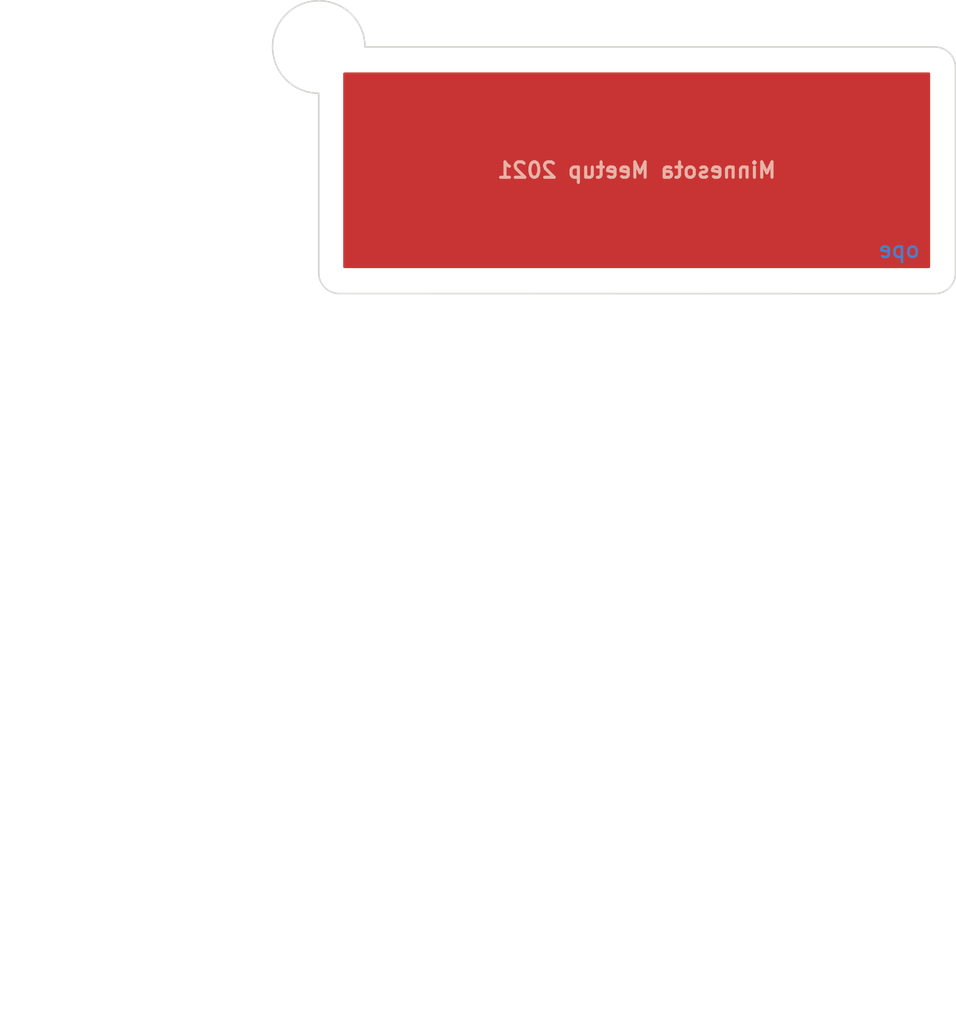
<source format=kicad_pcb>
(kicad_pcb (version 20171130) (host pcbnew "(5.1.10-1-10_14)")

  (general
    (thickness 1.6)
    (drawings 16)
    (tracks 0)
    (zones 0)
    (modules 61)
    (nets 1)
  )

  (page A4)
  (layers
    (0 F.Cu signal)
    (31 B.Cu signal)
    (32 B.Adhes user)
    (33 F.Adhes user)
    (34 B.Paste user)
    (35 F.Paste user)
    (36 B.SilkS user)
    (37 F.SilkS user)
    (38 B.Mask user)
    (39 F.Mask user)
    (40 Dwgs.User user)
    (41 Cmts.User user)
    (42 Eco1.User user)
    (43 Eco2.User user)
    (44 Edge.Cuts user)
    (45 Margin user)
    (46 B.CrtYd user)
    (47 F.CrtYd user)
    (48 B.Fab user)
    (49 F.Fab user hide)
  )

  (setup
    (last_trace_width 0.25)
    (trace_clearance 0.2)
    (zone_clearance 0)
    (zone_45_only no)
    (trace_min 0.2)
    (via_size 0.8)
    (via_drill 0.4)
    (via_min_size 0.4)
    (via_min_drill 0.3)
    (uvia_size 0.3)
    (uvia_drill 0.1)
    (uvias_allowed no)
    (uvia_min_size 0.2)
    (uvia_min_drill 0.1)
    (edge_width 0.15)
    (segment_width 0.15)
    (pcb_text_width 0.3)
    (pcb_text_size 1.5 1.5)
    (mod_edge_width 0.15)
    (mod_text_size 1 1)
    (mod_text_width 0.15)
    (pad_size 6 6)
    (pad_drill 4)
    (pad_to_mask_clearance 0)
    (aux_axis_origin 0 0)
    (grid_origin 12.85875 14.76375)
    (visible_elements 7FFFFFFF)
    (pcbplotparams
      (layerselection 0x010fc_ffffffff)
      (usegerberextensions false)
      (usegerberattributes false)
      (usegerberadvancedattributes false)
      (creategerberjobfile false)
      (excludeedgelayer true)
      (linewidth 0.100000)
      (plotframeref false)
      (viasonmask false)
      (mode 1)
      (useauxorigin false)
      (hpglpennumber 1)
      (hpglpenspeed 20)
      (hpglpendiameter 15.000000)
      (psnegative false)
      (psa4output false)
      (plotreference true)
      (plotvalue true)
      (plotinvisibletext false)
      (padsonsilk false)
      (subtractmaskfromsilk false)
      (outputformat 1)
      (mirror false)
      (drillshape 0)
      (scaleselection 1)
      (outputdirectory "Gerber"))
  )

  (net 0 "")

  (net_class Default "This is the default net class."
    (clearance 0.2)
    (trace_width 0.25)
    (via_dia 0.8)
    (via_drill 0.4)
    (uvia_dia 0.3)
    (uvia_drill 0.1)
  )

  (module random-keyboard-parts:Plate_hole_4mm (layer F.Cu) (tedit 5DBC5A61) (tstamp 611E1E81)
    (at 34.34605 42.75765)
    (fp_text reference Ref** (at -0.0127 1.2065) (layer Dwgs.User) hide
      (effects (font (size 1 1) (thickness 0.15)))
    )
    (fp_text value Plate_hole_4mm (at 0 -0.5) (layer F.Fab)
      (effects (font (size 1 1) (thickness 0.15)))
    )
    (pad "" np_thru_hole circle (at 0.0127 -1.9939) (size 4 4) (drill 4) (layers *.Cu *.Mask))
  )

  (module locallib:Pad-1U (layer F.Cu) (tedit 5C08844F) (tstamp 5C08A006)
    (at 86.27 60.385)
    (fp_text reference REF** (at 0 0.5) (layer Dwgs.User) hide
      (effects (font (size 1 1) (thickness 0.15)))
    )
    (fp_text value Pad-1U (at 0 -0.5) (layer F.Fab) hide
      (effects (font (size 1 1) (thickness 0.15)))
    )
    (pad "" smd rect (at 0 0) (size 3 3) (layers F.Mask)
      (solder_mask_margin -0.1))
  )

  (module locallib:Pad-1.5U (layer F.Cu) (tedit 5C08853F) (tstamp 5C08A002)
    (at 81.5075 60.385)
    (fp_text reference REF** (at 0 0.5) (layer Dwgs.User) hide
      (effects (font (size 1 1) (thickness 0.15)))
    )
    (fp_text value Pad-1.5U (at 0 -0.5) (layer F.Fab) hide
      (effects (font (size 1 1) (thickness 0.15)))
    )
    (pad "" smd rect (at 0 0) (size 4.905 3) (layers F.Mask)
      (solder_mask_margin -0.1))
  )

  (module locallib:Pad-1.5U (layer F.Cu) (tedit 5C08853F) (tstamp 5C089FFE)
    (at 91.0325 60.385)
    (fp_text reference REF** (at 0 0.5) (layer Dwgs.User) hide
      (effects (font (size 1 1) (thickness 0.15)))
    )
    (fp_text value Pad-1.5U (at 0 -0.5) (layer F.Fab) hide
      (effects (font (size 1 1) (thickness 0.15)))
    )
    (pad "" smd rect (at 0 0) (size 4.905 3) (layers F.Mask)
      (solder_mask_margin -0.1))
  )

  (module locallib:Pad-1U (layer F.Cu) (tedit 5C08844F) (tstamp 5C089F38)
    (at 66.2675 56.575)
    (fp_text reference REF** (at 0 0.5) (layer Dwgs.User) hide
      (effects (font (size 1 1) (thickness 0.15)))
    )
    (fp_text value Pad-1U (at 0 -0.5) (layer F.Fab) hide
      (effects (font (size 1 1) (thickness 0.15)))
    )
    (pad "" smd rect (at 0 0) (size 3 3) (layers F.Mask)
      (solder_mask_margin -0.1))
  )

  (module locallib:Pad-1U (layer F.Cu) (tedit 5C08844F) (tstamp 5C089F34)
    (at 62.4575 56.575)
    (fp_text reference REF** (at 0 0.5) (layer Dwgs.User) hide
      (effects (font (size 1 1) (thickness 0.15)))
    )
    (fp_text value Pad-1U (at 0 -0.5) (layer F.Fab) hide
      (effects (font (size 1 1) (thickness 0.15)))
    )
    (pad "" smd rect (at 0 0) (size 3 3) (layers F.Mask)
      (solder_mask_margin -0.1))
  )

  (module locallib:Pad-1U (layer F.Cu) (tedit 5C08844F) (tstamp 5C089F30)
    (at 73.8875 56.575)
    (fp_text reference REF** (at 0 0.5) (layer Dwgs.User) hide
      (effects (font (size 1 1) (thickness 0.15)))
    )
    (fp_text value Pad-1U (at 0 -0.5) (layer F.Fab) hide
      (effects (font (size 1 1) (thickness 0.15)))
    )
    (pad "" smd rect (at 0 0) (size 3 3) (layers F.Mask)
      (solder_mask_margin -0.1))
  )

  (module locallib:Pad-1U (layer F.Cu) (tedit 5C08844F) (tstamp 5C089F2C)
    (at 58.6475 56.575)
    (fp_text reference REF** (at 0 0.5) (layer Dwgs.User) hide
      (effects (font (size 1 1) (thickness 0.15)))
    )
    (fp_text value Pad-1U (at 0 -0.5) (layer F.Fab) hide
      (effects (font (size 1 1) (thickness 0.15)))
    )
    (pad "" smd rect (at 0 0) (size 3 3) (layers F.Mask)
      (solder_mask_margin -0.1))
  )

  (module locallib:Pad-1U (layer F.Cu) (tedit 5C08844F) (tstamp 5C089F28)
    (at 70.0775 56.575)
    (fp_text reference REF** (at 0 0.5) (layer Dwgs.User) hide
      (effects (font (size 1 1) (thickness 0.15)))
    )
    (fp_text value Pad-1U (at 0 -0.5) (layer F.Fab) hide
      (effects (font (size 1 1) (thickness 0.15)))
    )
    (pad "" smd rect (at 0 0) (size 3 3) (layers F.Mask)
      (solder_mask_margin -0.1))
  )

  (module locallib:Pad-1U (layer F.Cu) (tedit 5C08844F) (tstamp 5C089F24)
    (at 77.6975 56.575)
    (fp_text reference REF** (at 0 0.5) (layer Dwgs.User) hide
      (effects (font (size 1 1) (thickness 0.15)))
    )
    (fp_text value Pad-1U (at 0 -0.5) (layer F.Fab) hide
      (effects (font (size 1 1) (thickness 0.15)))
    )
    (pad "" smd rect (at 0 0) (size 3 3) (layers F.Mask)
      (solder_mask_margin -0.1))
  )

  (module locallib:Pad-1U (layer F.Cu) (tedit 5C08844F) (tstamp 5C089F20)
    (at 54.8375 56.575)
    (fp_text reference REF** (at 0 0.5) (layer Dwgs.User) hide
      (effects (font (size 1 1) (thickness 0.15)))
    )
    (fp_text value Pad-1U (at 0 -0.5) (layer F.Fab) hide
      (effects (font (size 1 1) (thickness 0.15)))
    )
    (pad "" smd rect (at 0 0) (size 3 3) (layers F.Mask)
      (solder_mask_margin -0.1))
  )

  (module locallib:Pad-1U (layer F.Cu) (tedit 5C08844F) (tstamp 5C089F1C)
    (at 51.0275 56.575)
    (fp_text reference REF** (at 0 0.5) (layer Dwgs.User) hide
      (effects (font (size 1 1) (thickness 0.15)))
    )
    (fp_text value Pad-1U (at 0 -0.5) (layer F.Fab) hide
      (effects (font (size 1 1) (thickness 0.15)))
    )
    (pad "" smd rect (at 0 0) (size 3 3) (layers F.Mask)
      (solder_mask_margin -0.1))
  )

  (module locallib:Pad-1U (layer F.Cu) (tedit 5C08844F) (tstamp 5C089F18)
    (at 81.5075 56.575)
    (fp_text reference REF** (at 0 0.5) (layer Dwgs.User) hide
      (effects (font (size 1 1) (thickness 0.15)))
    )
    (fp_text value Pad-1U (at 0 -0.5) (layer F.Fab) hide
      (effects (font (size 1 1) (thickness 0.15)))
    )
    (pad "" smd rect (at 0 0) (size 3 3) (layers F.Mask)
      (solder_mask_margin -0.1))
  )

  (module locallib:Pad-1U (layer F.Cu) (tedit 5C08844F) (tstamp 5C089F14)
    (at 47.2175 56.575)
    (fp_text reference REF** (at 0 0.5) (layer Dwgs.User) hide
      (effects (font (size 1 1) (thickness 0.15)))
    )
    (fp_text value Pad-1U (at 0 -0.5) (layer F.Fab) hide
      (effects (font (size 1 1) (thickness 0.15)))
    )
    (pad "" smd rect (at 0 0) (size 3 3) (layers F.Mask)
      (solder_mask_margin -0.1))
  )

  (module locallib:Pad-1U (layer F.Cu) (tedit 5C08844F) (tstamp 5C089E4E)
    (at 52.9325 52.765)
    (fp_text reference REF** (at 0 0.5) (layer Dwgs.User) hide
      (effects (font (size 1 1) (thickness 0.15)))
    )
    (fp_text value Pad-1U (at 0 -0.5) (layer F.Fab) hide
      (effects (font (size 1 1) (thickness 0.15)))
    )
    (pad "" smd rect (at 0 0) (size 3 3) (layers F.Mask)
      (solder_mask_margin -0.1))
  )

  (module locallib:Pad-1U (layer F.Cu) (tedit 5C08844F) (tstamp 5C089E4A)
    (at 83.4125 52.765)
    (fp_text reference REF** (at 0 0.5) (layer Dwgs.User) hide
      (effects (font (size 1 1) (thickness 0.15)))
    )
    (fp_text value Pad-1U (at 0 -0.5) (layer F.Fab) hide
      (effects (font (size 1 1) (thickness 0.15)))
    )
    (pad "" smd rect (at 0 0) (size 3 3) (layers F.Mask)
      (solder_mask_margin -0.1))
  )

  (module locallib:Pad-1U (layer F.Cu) (tedit 5C08844F) (tstamp 5C089E46)
    (at 45.3125 52.765)
    (fp_text reference REF** (at 0 0.5) (layer Dwgs.User) hide
      (effects (font (size 1 1) (thickness 0.15)))
    )
    (fp_text value Pad-1U (at 0 -0.5) (layer F.Fab) hide
      (effects (font (size 1 1) (thickness 0.15)))
    )
    (pad "" smd rect (at 0 0) (size 3 3) (layers F.Mask)
      (solder_mask_margin -0.1))
  )

  (module locallib:Pad-1U (layer F.Cu) (tedit 5C08844F) (tstamp 5C089E42)
    (at 75.7925 52.765)
    (fp_text reference REF** (at 0 0.5) (layer Dwgs.User) hide
      (effects (font (size 1 1) (thickness 0.15)))
    )
    (fp_text value Pad-1U (at 0 -0.5) (layer F.Fab) hide
      (effects (font (size 1 1) (thickness 0.15)))
    )
    (pad "" smd rect (at 0 0) (size 3 3) (layers F.Mask)
      (solder_mask_margin -0.1))
  )

  (module locallib:Pad-1U (layer F.Cu) (tedit 5C08844F) (tstamp 5C089E3E)
    (at 60.5525 52.765)
    (fp_text reference REF** (at 0 0.5) (layer Dwgs.User) hide
      (effects (font (size 1 1) (thickness 0.15)))
    )
    (fp_text value Pad-1U (at 0 -0.5) (layer F.Fab) hide
      (effects (font (size 1 1) (thickness 0.15)))
    )
    (pad "" smd rect (at 0 0) (size 3 3) (layers F.Mask)
      (solder_mask_margin -0.1))
  )

  (module locallib:Pad-1U (layer F.Cu) (tedit 5C08844F) (tstamp 5C089E3A)
    (at 68.1725 52.765)
    (fp_text reference REF** (at 0 0.5) (layer Dwgs.User) hide
      (effects (font (size 1 1) (thickness 0.15)))
    )
    (fp_text value Pad-1U (at 0 -0.5) (layer F.Fab) hide
      (effects (font (size 1 1) (thickness 0.15)))
    )
    (pad "" smd rect (at 0 0) (size 3 3) (layers F.Mask)
      (solder_mask_margin -0.1))
  )

  (module locallib:Pad-1U (layer F.Cu) (tedit 5C08844F) (tstamp 5C089E36)
    (at 79.6025 52.765)
    (fp_text reference REF** (at 0 0.5) (layer Dwgs.User) hide
      (effects (font (size 1 1) (thickness 0.15)))
    )
    (fp_text value Pad-1U (at 0 -0.5) (layer F.Fab) hide
      (effects (font (size 1 1) (thickness 0.15)))
    )
    (pad "" smd rect (at 0 0) (size 3 3) (layers F.Mask)
      (solder_mask_margin -0.1))
  )

  (module locallib:Pad-1U (layer F.Cu) (tedit 5C08844F) (tstamp 5C089E32)
    (at 71.9825 52.765)
    (fp_text reference REF** (at 0 0.5) (layer Dwgs.User) hide
      (effects (font (size 1 1) (thickness 0.15)))
    )
    (fp_text value Pad-1U (at 0 -0.5) (layer F.Fab) hide
      (effects (font (size 1 1) (thickness 0.15)))
    )
    (pad "" smd rect (at 0 0) (size 3 3) (layers F.Mask)
      (solder_mask_margin -0.1))
  )

  (module locallib:Pad-1U (layer F.Cu) (tedit 5C08844F) (tstamp 5C089E2E)
    (at 49.1225 52.765)
    (fp_text reference REF** (at 0 0.5) (layer Dwgs.User) hide
      (effects (font (size 1 1) (thickness 0.15)))
    )
    (fp_text value Pad-1U (at 0 -0.5) (layer F.Fab) hide
      (effects (font (size 1 1) (thickness 0.15)))
    )
    (pad "" smd rect (at 0 0) (size 3 3) (layers F.Mask)
      (solder_mask_margin -0.1))
  )

  (module locallib:Pad-1U (layer F.Cu) (tedit 5C08844F) (tstamp 5C089E2A)
    (at 64.3625 52.765)
    (fp_text reference REF** (at 0 0.5) (layer Dwgs.User) hide
      (effects (font (size 1 1) (thickness 0.15)))
    )
    (fp_text value Pad-1U (at 0 -0.5) (layer F.Fab) hide
      (effects (font (size 1 1) (thickness 0.15)))
    )
    (pad "" smd rect (at 0 0) (size 3 3) (layers F.Mask)
      (solder_mask_margin -0.1))
  )

  (module locallib:Pad-1U (layer F.Cu) (tedit 5C08844F) (tstamp 5C089E26)
    (at 56.7425 52.765)
    (fp_text reference REF** (at 0 0.5) (layer Dwgs.User) hide
      (effects (font (size 1 1) (thickness 0.15)))
    )
    (fp_text value Pad-1U (at 0 -0.5) (layer F.Fab) hide
      (effects (font (size 1 1) (thickness 0.15)))
    )
    (pad "" smd rect (at 0 0) (size 3 3) (layers F.Mask)
      (solder_mask_margin -0.1))
  )

  (module locallib:Pad-1U (layer F.Cu) (tedit 5C08844F) (tstamp 5C089DB1)
    (at 82.46 48.955)
    (fp_text reference REF** (at 0 0.5) (layer Dwgs.User) hide
      (effects (font (size 1 1) (thickness 0.15)))
    )
    (fp_text value Pad-1U (at 0 -0.5) (layer F.Fab) hide
      (effects (font (size 1 1) (thickness 0.15)))
    )
    (pad "" smd rect (at 0 0) (size 3 3) (layers F.Mask)
      (solder_mask_margin -0.1))
  )

  (module locallib:Pad-1U (layer F.Cu) (tedit 5C08844F) (tstamp 5C089DAD)
    (at 86.27 48.955)
    (fp_text reference REF** (at 0 0.5) (layer Dwgs.User) hide
      (effects (font (size 1 1) (thickness 0.15)))
    )
    (fp_text value Pad-1U (at 0 -0.5) (layer F.Fab) hide
      (effects (font (size 1 1) (thickness 0.15)))
    )
    (pad "" smd rect (at 0 0) (size 3 3) (layers F.Mask)
      (solder_mask_margin -0.1))
  )

  (module locallib:Pad-1U (layer F.Cu) (tedit 5C08844F) (tstamp 5C089D90)
    (at 67.22 48.955)
    (fp_text reference REF** (at 0 0.5) (layer Dwgs.User) hide
      (effects (font (size 1 1) (thickness 0.15)))
    )
    (fp_text value Pad-1U (at 0 -0.5) (layer F.Fab) hide
      (effects (font (size 1 1) (thickness 0.15)))
    )
    (pad "" smd rect (at 0 0) (size 3 3) (layers F.Mask)
      (solder_mask_margin -0.1))
  )

  (module locallib:Pad-1U (layer F.Cu) (tedit 5C08844F) (tstamp 5C089D8C)
    (at 78.65 48.955)
    (fp_text reference REF** (at 0 0.5) (layer Dwgs.User) hide
      (effects (font (size 1 1) (thickness 0.15)))
    )
    (fp_text value Pad-1U (at 0 -0.5) (layer F.Fab) hide
      (effects (font (size 1 1) (thickness 0.15)))
    )
    (pad "" smd rect (at 0 0) (size 3 3) (layers F.Mask)
      (solder_mask_margin -0.1))
  )

  (module locallib:Pad-1U (layer F.Cu) (tedit 5C08844F) (tstamp 5C089D88)
    (at 71.03 48.955)
    (fp_text reference REF** (at 0 0.5) (layer Dwgs.User) hide
      (effects (font (size 1 1) (thickness 0.15)))
    )
    (fp_text value Pad-1U (at 0 -0.5) (layer F.Fab) hide
      (effects (font (size 1 1) (thickness 0.15)))
    )
    (pad "" smd rect (at 0 0) (size 3 3) (layers F.Mask)
      (solder_mask_margin -0.1))
  )

  (module locallib:Pad-1U (layer F.Cu) (tedit 5C08844F) (tstamp 5C089D84)
    (at 74.84 48.955)
    (fp_text reference REF** (at 0 0.5) (layer Dwgs.User) hide
      (effects (font (size 1 1) (thickness 0.15)))
    )
    (fp_text value Pad-1U (at 0 -0.5) (layer F.Fab) hide
      (effects (font (size 1 1) (thickness 0.15)))
    )
    (pad "" smd rect (at 0 0) (size 3 3) (layers F.Mask)
      (solder_mask_margin -0.1))
  )

  (module locallib:Pad-1U (layer F.Cu) (tedit 5C08844F) (tstamp 5C089D5B)
    (at 44.36 48.955)
    (fp_text reference REF** (at 0 0.5) (layer Dwgs.User) hide
      (effects (font (size 1 1) (thickness 0.15)))
    )
    (fp_text value Pad-1U (at 0 -0.5) (layer F.Fab) hide
      (effects (font (size 1 1) (thickness 0.15)))
    )
    (pad "" smd rect (at 0 0) (size 3 3) (layers F.Mask)
      (solder_mask_margin -0.1))
  )

  (module locallib:Pad-1U (layer F.Cu) (tedit 5C08844F) (tstamp 5C089D57)
    (at 55.79 48.955)
    (fp_text reference REF** (at 0 0.5) (layer Dwgs.User) hide
      (effects (font (size 1 1) (thickness 0.15)))
    )
    (fp_text value Pad-1U (at 0 -0.5) (layer F.Fab) hide
      (effects (font (size 1 1) (thickness 0.15)))
    )
    (pad "" smd rect (at 0 0) (size 3 3) (layers F.Mask)
      (solder_mask_margin -0.1))
  )

  (module locallib:Pad-1U (layer F.Cu) (tedit 5C08844F) (tstamp 5C089D53)
    (at 59.6 48.955)
    (fp_text reference REF** (at 0 0.5) (layer Dwgs.User) hide
      (effects (font (size 1 1) (thickness 0.15)))
    )
    (fp_text value Pad-1U (at 0 -0.5) (layer F.Fab) hide
      (effects (font (size 1 1) (thickness 0.15)))
    )
    (pad "" smd rect (at 0 0) (size 3 3) (layers F.Mask)
      (solder_mask_margin -0.1))
  )

  (module locallib:Pad-1U (layer F.Cu) (tedit 5C08844F) (tstamp 5C089D4F)
    (at 63.41 48.955)
    (fp_text reference REF** (at 0 0.5) (layer Dwgs.User) hide
      (effects (font (size 1 1) (thickness 0.15)))
    )
    (fp_text value Pad-1U (at 0 -0.5) (layer F.Fab) hide
      (effects (font (size 1 1) (thickness 0.15)))
    )
    (pad "" smd rect (at 0 0) (size 3 3) (layers F.Mask)
      (solder_mask_margin -0.1))
  )

  (module locallib:Pad-1U (layer F.Cu) (tedit 5C08844F) (tstamp 5C089D4B)
    (at 51.98 48.955)
    (fp_text reference REF** (at 0 0.5) (layer Dwgs.User) hide
      (effects (font (size 1 1) (thickness 0.15)))
    )
    (fp_text value Pad-1U (at 0 -0.5) (layer F.Fab) hide
      (effects (font (size 1 1) (thickness 0.15)))
    )
    (pad "" smd rect (at 0 0) (size 3 3) (layers F.Mask)
      (solder_mask_margin -0.1))
  )

  (module locallib:Pad-1U (layer F.Cu) (tedit 5C08844F) (tstamp 5C089D47)
    (at 48.17 48.955)
    (fp_text reference REF** (at 0 0.5) (layer Dwgs.User) hide
      (effects (font (size 1 1) (thickness 0.15)))
    )
    (fp_text value Pad-1U (at 0 -0.5) (layer F.Fab) hide
      (effects (font (size 1 1) (thickness 0.15)))
    )
    (pad "" smd rect (at 0 0) (size 3 3) (layers F.Mask)
      (solder_mask_margin -0.1))
  )

  (module locallib:Pad-1U (layer F.Cu) (tedit 5C08844F) (tstamp 5C089BB7)
    (at 69.125 45.145)
    (fp_text reference REF** (at 0 0.5) (layer Dwgs.User) hide
      (effects (font (size 1 1) (thickness 0.15)))
    )
    (fp_text value Pad-1U (at 0 -0.5) (layer F.Fab) hide
      (effects (font (size 1 1) (thickness 0.15)))
    )
    (pad "" smd rect (at 0 0) (size 3 3) (layers F.Mask)
      (solder_mask_margin -0.1))
  )

  (module locallib:Pad-1U (layer F.Cu) (tedit 5C08844F) (tstamp 5C089BB3)
    (at 80.555 45.145)
    (fp_text reference REF** (at 0 0.5) (layer Dwgs.User) hide
      (effects (font (size 1 1) (thickness 0.15)))
    )
    (fp_text value Pad-1U (at 0 -0.5) (layer F.Fab) hide
      (effects (font (size 1 1) (thickness 0.15)))
    )
    (pad "" smd rect (at 0 0) (size 3 3) (layers F.Mask)
      (solder_mask_margin -0.1))
  )

  (module locallib:Pad-1U (layer F.Cu) (tedit 5C08844F) (tstamp 5C089BAF)
    (at 84.365 45.145)
    (fp_text reference REF** (at 0 0.5) (layer Dwgs.User) hide
      (effects (font (size 1 1) (thickness 0.15)))
    )
    (fp_text value Pad-1U (at 0 -0.5) (layer F.Fab) hide
      (effects (font (size 1 1) (thickness 0.15)))
    )
    (pad "" smd rect (at 0 0) (size 3 3) (layers F.Mask)
      (solder_mask_margin -0.1))
  )

  (module locallib:Pad-1U (layer F.Cu) (tedit 5C08844F) (tstamp 5C089B9F)
    (at 76.745 45.145)
    (fp_text reference REF** (at 0 0.5) (layer Dwgs.User) hide
      (effects (font (size 1 1) (thickness 0.15)))
    )
    (fp_text value Pad-1U (at 0 -0.5) (layer F.Fab) hide
      (effects (font (size 1 1) (thickness 0.15)))
    )
    (pad "" smd rect (at 0 0) (size 3 3) (layers F.Mask)
      (solder_mask_margin -0.1))
  )

  (module locallib:Pad-1U (layer F.Cu) (tedit 5C08844F) (tstamp 5C089B9B)
    (at 72.935 45.145)
    (fp_text reference REF** (at 0 0.5) (layer Dwgs.User) hide
      (effects (font (size 1 1) (thickness 0.15)))
    )
    (fp_text value Pad-1U (at 0 -0.5) (layer F.Fab) hide
      (effects (font (size 1 1) (thickness 0.15)))
    )
    (pad "" smd rect (at 0 0) (size 3 3) (layers F.Mask)
      (solder_mask_margin -0.1))
  )

  (module locallib:Pad-1U (layer F.Cu) (tedit 5C08844F) (tstamp 5C089B7F)
    (at 53.885 45.145)
    (fp_text reference REF** (at 0 0.5) (layer Dwgs.User) hide
      (effects (font (size 1 1) (thickness 0.15)))
    )
    (fp_text value Pad-1U (at 0 -0.5) (layer F.Fab) hide
      (effects (font (size 1 1) (thickness 0.15)))
    )
    (pad "" smd rect (at 0 0) (size 3 3) (layers F.Mask)
      (solder_mask_margin -0.1))
  )

  (module locallib:Pad-1U (layer F.Cu) (tedit 5C08844F) (tstamp 5C089B7B)
    (at 65.315 45.145)
    (fp_text reference REF** (at 0 0.5) (layer Dwgs.User) hide
      (effects (font (size 1 1) (thickness 0.15)))
    )
    (fp_text value Pad-1U (at 0 -0.5) (layer F.Fab) hide
      (effects (font (size 1 1) (thickness 0.15)))
    )
    (pad "" smd rect (at 0 0) (size 3 3) (layers F.Mask)
      (solder_mask_margin -0.1))
  )

  (module locallib:Pad-1U (layer F.Cu) (tedit 5C08844F) (tstamp 5C089B77)
    (at 61.505 45.145)
    (fp_text reference REF** (at 0 0.5) (layer Dwgs.User) hide
      (effects (font (size 1 1) (thickness 0.15)))
    )
    (fp_text value Pad-1U (at 0 -0.5) (layer F.Fab) hide
      (effects (font (size 1 1) (thickness 0.15)))
    )
    (pad "" smd rect (at 0 0) (size 3 3) (layers F.Mask)
      (solder_mask_margin -0.1))
  )

  (module locallib:Pad-1U (layer F.Cu) (tedit 5C08844F) (tstamp 5C089B73)
    (at 57.695 45.145)
    (fp_text reference REF** (at 0 0.5) (layer Dwgs.User) hide
      (effects (font (size 1 1) (thickness 0.15)))
    )
    (fp_text value Pad-1U (at 0 -0.5) (layer F.Fab) hide
      (effects (font (size 1 1) (thickness 0.15)))
    )
    (pad "" smd rect (at 0 0) (size 3 3) (layers F.Mask)
      (solder_mask_margin -0.1))
  )

  (module locallib:Pad-1U (layer F.Cu) (tedit 5C08844F) (tstamp 5C089B63)
    (at 46.265 45.145)
    (fp_text reference REF** (at 0 0.5) (layer Dwgs.User) hide
      (effects (font (size 1 1) (thickness 0.15)))
    )
    (fp_text value Pad-1U (at 0 -0.5) (layer F.Fab) hide
      (effects (font (size 1 1) (thickness 0.15)))
    )
    (pad "" smd rect (at 0 0) (size 3 3) (layers F.Mask)
      (solder_mask_margin -0.1))
  )

  (module locallib:Pad-1U (layer F.Cu) (tedit 5C08844F) (tstamp 5C089B5F)
    (at 50.075 45.145)
    (fp_text reference REF** (at 0 0.5) (layer Dwgs.User) hide
      (effects (font (size 1 1) (thickness 0.15)))
    )
    (fp_text value Pad-1U (at 0 -0.5) (layer F.Fab) hide
      (effects (font (size 1 1) (thickness 0.15)))
    )
    (pad "" smd rect (at 0 0) (size 3 3) (layers F.Mask)
      (solder_mask_margin -0.1))
  )

  (module locallib:Pad-1U (layer F.Cu) (tedit 5C08844F) (tstamp 5C089B3D)
    (at 38.645 45.145)
    (fp_text reference REF** (at 0 0.5) (layer Dwgs.User) hide
      (effects (font (size 1 1) (thickness 0.15)))
    )
    (fp_text value Pad-1U (at 0 -0.5) (layer F.Fab) hide
      (effects (font (size 1 1) (thickness 0.15)))
    )
    (pad "" smd rect (at 0 0) (size 3 3) (layers F.Mask)
      (solder_mask_margin -0.1))
  )

  (module locallib:Pad-1U (layer F.Cu) (tedit 5C08844F) (tstamp 5C089B5E)
    (at 42.455 45.145)
    (fp_text reference REF** (at 0 0.5) (layer Dwgs.User) hide
      (effects (font (size 1 1) (thickness 0.15)))
    )
    (fp_text value Pad-1U (at 0 -0.5) (layer F.Fab) hide
      (effects (font (size 1 1) (thickness 0.15)))
    )
    (pad "" smd rect (at 0 0) (size 3 3) (layers F.Mask)
      (solder_mask_margin -0.1))
  )

  (module locallib:Pad-2U (layer F.Cu) (tedit 5C08848A) (tstamp 5C089C5D)
    (at 90.08 45.145)
    (fp_text reference REF** (at 0 0.5) (layer Dwgs.User) hide
      (effects (font (size 1 1) (thickness 0.15)))
    )
    (fp_text value Pad-2U (at 0 -0.5) (layer F.Fab) hide
      (effects (font (size 1 1) (thickness 0.15)))
    )
    (pad "" smd rect (at 0 0) (size 6.81 3) (layers F.Mask)
      (solder_mask_margin -0.1))
  )

  (module locallib:Pad-1.5U (layer F.Cu) (tedit 5C08853F) (tstamp 5C089D46)
    (at 39.5975 48.955)
    (fp_text reference REF** (at 0 0.5) (layer Dwgs.User) hide
      (effects (font (size 1 1) (thickness 0.15)))
    )
    (fp_text value Pad-1.5U (at 0 -0.5) (layer F.Fab) hide
      (effects (font (size 1 1) (thickness 0.15)))
    )
    (pad "" smd rect (at 0 0) (size 4.905 3) (layers F.Mask)
      (solder_mask_margin -0.1))
  )

  (module locallib:Pad-1.5U (layer F.Cu) (tedit 5C08853F) (tstamp 5C089DE7)
    (at 91.0325 48.955)
    (fp_text reference REF** (at 0 0.5) (layer Dwgs.User) hide
      (effects (font (size 1 1) (thickness 0.15)))
    )
    (fp_text value Pad-1.5U (at 0 -0.5) (layer F.Fab) hide
      (effects (font (size 1 1) (thickness 0.15)))
    )
    (pad "" smd rect (at 0 0) (size 4.905 3) (layers F.Mask)
      (solder_mask_margin -0.1))
  )

  (module locallib:Pad-1.75U (layer F.Cu) (tedit 5C08847B) (tstamp 5C089E25)
    (at 40.07375 52.765)
    (fp_text reference REF** (at 0 0.5) (layer Dwgs.User) hide
      (effects (font (size 1 1) (thickness 0.15)))
    )
    (fp_text value Pad-1.75U (at 0 -0.5) (layer F.Fab) hide
      (effects (font (size 1 1) (thickness 0.15)))
    )
    (pad "" smd rect (at 0 0) (size 5.8575 3) (layers F.Mask)
      (solder_mask_margin -0.1))
  )

  (module locallib:Pad-2.25U (layer F.Cu) (tedit 5C088496) (tstamp 5C089EB5)
    (at 89.60375 52.765)
    (fp_text reference REF** (at 0 0.5) (layer Dwgs.User) hide
      (effects (font (size 1 1) (thickness 0.15)))
    )
    (fp_text value Pad-2.25U (at 0 -0.5) (layer F.Fab) hide
      (effects (font (size 1 1) (thickness 0.15)))
    )
    (pad "" smd rect (at 0 0) (size 7.7625 3) (layers F.Mask)
      (solder_mask_margin -0.1))
  )

  (module locallib:Pad-2.25U (layer F.Cu) (tedit 5C088496) (tstamp 5C089EF2)
    (at 41.02625 56.575)
    (fp_text reference REF** (at 0 0.5) (layer Dwgs.User) hide
      (effects (font (size 1 1) (thickness 0.15)))
    )
    (fp_text value Pad-2.25U (at 0 -0.5) (layer F.Fab) hide
      (effects (font (size 1 1) (thickness 0.15)))
    )
    (pad "" smd rect (at 0 0) (size 7.7625 3) (layers F.Mask)
      (solder_mask_margin -0.1))
  )

  (module locallib:Pad-2.75U (layer F.Cu) (tedit 5C0884A5) (tstamp 5C089F13)
    (at 88.65125 56.575)
    (fp_text reference REF** (at 0 0.5) (layer Dwgs.User) hide
      (effects (font (size 1 1) (thickness 0.15)))
    )
    (fp_text value Pad-2.75U (at 0 -0.5) (layer F.Fab) hide
      (effects (font (size 1 1) (thickness 0.15)))
    )
    (pad "" smd rect (at 0 0) (size 9.6675 3) (layers F.Mask)
      (solder_mask_margin -0.1))
  )

  (module locallib:Pad-1.5U (layer F.Cu) (tedit 5C08853F) (tstamp 5C089F99)
    (at 39.5975 60.385)
    (fp_text reference REF** (at 0 0.5) (layer Dwgs.User) hide
      (effects (font (size 1 1) (thickness 0.15)))
    )
    (fp_text value Pad-1.5U (at 0 -0.5) (layer F.Fab) hide
      (effects (font (size 1 1) (thickness 0.15)))
    )
    (pad "" smd rect (at 0 0) (size 4.905 3) (layers F.Mask)
      (solder_mask_margin -0.1))
  )

  (module locallib:Pad-1U (layer F.Cu) (tedit 5C08844F) (tstamp 5C089FBA)
    (at 44.36 60.385)
    (fp_text reference REF** (at 0 0.5) (layer Dwgs.User) hide
      (effects (font (size 1 1) (thickness 0.15)))
    )
    (fp_text value Pad-1U (at 0 -0.5) (layer F.Fab) hide
      (effects (font (size 1 1) (thickness 0.15)))
    )
    (pad "" smd rect (at 0 0) (size 3 3) (layers F.Mask)
      (solder_mask_margin -0.1))
  )

  (module locallib:Pad-1.5U (layer F.Cu) (tedit 5C08853F) (tstamp 5C089FDC)
    (at 49.1225 60.385)
    (fp_text reference REF** (at 0 0.5) (layer Dwgs.User) hide
      (effects (font (size 1 1) (thickness 0.15)))
    )
    (fp_text value Pad-1.5U (at 0 -0.5) (layer F.Fab) hide
      (effects (font (size 1 1) (thickness 0.15)))
    )
    (pad "" smd rect (at 0 0) (size 4.905 3) (layers F.Mask)
      (solder_mask_margin -0.1))
  )

  (module locallib:Pad-7U (layer F.Cu) (tedit 5C0884CD) (tstamp 5C089FFD)
    (at 65.315 60.385)
    (fp_text reference REF** (at 0 0.5) (layer Dwgs.User) hide
      (effects (font (size 1 1) (thickness 0.15)))
    )
    (fp_text value Pad-7U (at 0 -0.5) (layer F.Fab) hide
      (effects (font (size 1 1) (thickness 0.15)))
    )
    (pad "" smd rect (at 0 0) (size 25.86 3) (layers F.Mask)
      (solder_mask_margin -0.1))
  )

  (gr_text ope (at 90.85875 60.51375) (layer B.Mask) (tstamp 611995FA)
    (effects (font (size 1.5 1.5) (thickness 0.375)) (justify mirror))
  )
  (gr_text ope (at 90.85875 60.51375) (layer B.Cu)
    (effects (font (size 1.5 1.5) (thickness 0.25)) (justify mirror))
  )
  (gr_arc (start 36.35875 62.76375) (end 34.35875 62.76375) (angle -90) (layer Edge.Cuts) (width 0.15))
  (gr_arc (start 94.366305 62.781155) (end 94.368804 64.773654) (angle -90.35674946) (layer Edge.Cuts) (width 0.15))
  (gr_arc (start 94.35875 42.76375) (end 96.35875 42.76375) (angle -90) (layer Edge.Cuts) (width 0.15))
  (gr_arc (start 34.35875 40.76375) (end 38.85875 40.76375) (angle -270) (layer Edge.Cuts) (width 0.15))
  (dimension 3.81 (width 0.3) (layer Cmts.User) (tstamp 5C090A5E)
    (gr_text "3.810 mm" (at 8.85375 133.82625 270) (layer Cmts.User) (tstamp 5C090A5E)
      (effects (font (size 1.5 1.5) (thickness 0.3)))
    )
    (feature1 (pts (xy 12.85875 135.73125) (xy 10.367329 135.73125)))
    (feature2 (pts (xy 12.85875 131.92125) (xy 10.367329 131.92125)))
    (crossbar (pts (xy 10.95375 131.92125) (xy 10.95375 135.73125)))
    (arrow1a (pts (xy 10.95375 135.73125) (xy 10.367329 134.604746)))
    (arrow1b (pts (xy 10.95375 135.73125) (xy 11.540171 134.604746)))
    (arrow2a (pts (xy 10.95375 131.92125) (xy 10.367329 133.047754)))
    (arrow2b (pts (xy 10.95375 131.92125) (xy 11.540171 133.047754)))
  )
  (gr_text "Minnesota Meetup 2021" (at 65.315 52.765) (layer B.SilkS)
    (effects (font (size 1.5 1.5) (thickness 0.3)) (justify mirror))
  )
  (gr_line (start 38.85875 40.76375) (end 94.35875 40.76375) (layer Edge.Cuts) (width 0.15))
  (gr_line (start 34.35875 62.76375) (end 34.35875 45.26375) (layer Edge.Cuts) (width 0.15))
  (gr_line (start 94.368804 64.773654) (end 36.35875 64.76375) (layer Edge.Cuts) (width 0.15))
  (gr_line (start 96.35875 42.76375) (end 96.35875 62.76625) (layer Edge.Cuts) (width 0.15))
  (gr_line (start 36.26375 62.76625) (end 36.26375 42.76375) (layer Cmts.User) (width 0.15))
  (gr_line (start 94.36625 62.76625) (end 36.26375 62.76625) (layer Cmts.User) (width 0.15))
  (gr_line (start 94.36625 42.76375) (end 94.36625 62.76625) (layer Cmts.User) (width 0.15))
  (gr_line (start 36.26375 42.76375) (end 94.36625 42.76375) (layer Cmts.User) (width 0.15))

  (zone (net 0) (net_name "") (layer F.Cu) (tstamp 611E282A) (hatch edge 0.508)
    (connect_pads (clearance 0))
    (min_thickness 0.254)
    (fill yes (arc_segments 16) (thermal_gap 0.508) (thermal_bridge_width 0.508))
    (polygon
      (pts
        (xy 36.74 43.24) (xy 36.74 62.29) (xy 93.89 62.29) (xy 93.89 43.24)
      )
    )
    (filled_polygon
      (pts
        (xy 93.763 62.163) (xy 36.867 62.163) (xy 36.867 43.367) (xy 93.763 43.367)
      )
    )
  )
)

</source>
